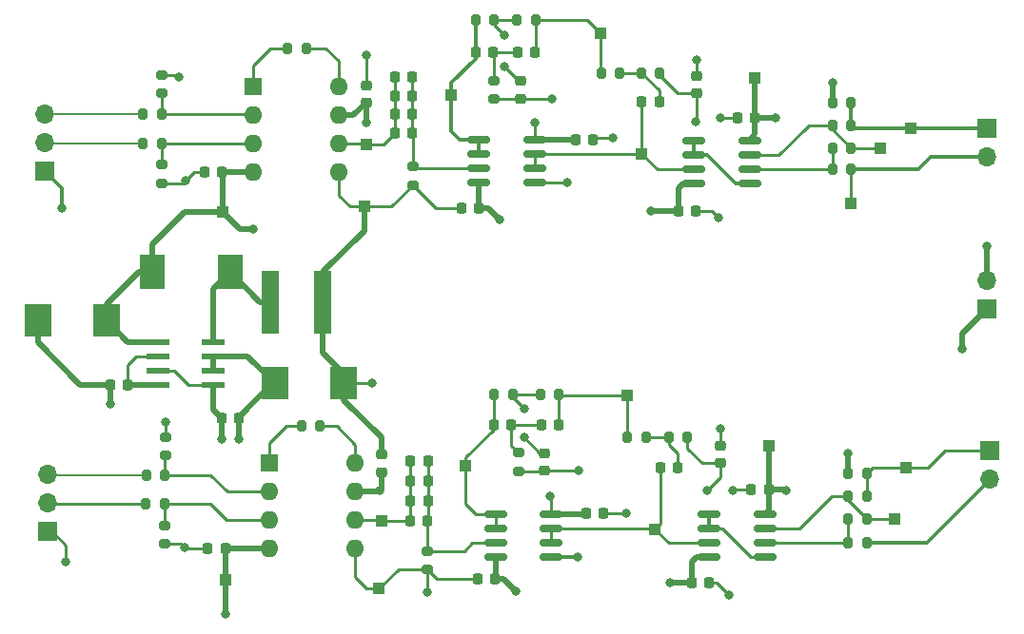
<source format=gbr>
%TF.GenerationSoftware,KiCad,Pcbnew,(6.99.0)*%
%TF.CreationDate,2022-07-26T17:29:38-07:00*%
%TF.ProjectId,eog-pcb-kicad,656f672d-7063-4622-9d6b-696361642e6b,rev?*%
%TF.SameCoordinates,Original*%
%TF.FileFunction,Copper,L1,Top*%
%TF.FilePolarity,Positive*%
%FSLAX46Y46*%
G04 Gerber Fmt 4.6, Leading zero omitted, Abs format (unit mm)*
G04 Created by KiCad (PCBNEW (6.99.0)) date 2022-07-26 17:29:38*
%MOMM*%
%LPD*%
G01*
G04 APERTURE LIST*
G04 Aperture macros list*
%AMRoundRect*
0 Rectangle with rounded corners*
0 $1 Rounding radius*
0 $2 $3 $4 $5 $6 $7 $8 $9 X,Y pos of 4 corners*
0 Add a 4 corners polygon primitive as box body*
4,1,4,$2,$3,$4,$5,$6,$7,$8,$9,$2,$3,0*
0 Add four circle primitives for the rounded corners*
1,1,$1+$1,$2,$3*
1,1,$1+$1,$4,$5*
1,1,$1+$1,$6,$7*
1,1,$1+$1,$8,$9*
0 Add four rect primitives between the rounded corners*
20,1,$1+$1,$2,$3,$4,$5,0*
20,1,$1+$1,$4,$5,$6,$7,0*
20,1,$1+$1,$6,$7,$8,$9,0*
20,1,$1+$1,$8,$9,$2,$3,0*%
G04 Aperture macros list end*
%TA.AperFunction,SMDPad,CuDef*%
%ADD10RoundRect,0.041300X-0.943700X-0.253700X0.943700X-0.253700X0.943700X0.253700X-0.943700X0.253700X0*%
%TD*%
%TA.AperFunction,SMDPad,CuDef*%
%ADD11R,1.600000X5.700000*%
%TD*%
%TA.AperFunction,SMDPad,CuDef*%
%ADD12R,2.250000X3.120000*%
%TD*%
%TA.AperFunction,SMDPad,CuDef*%
%ADD13R,2.400000X2.900000*%
%TD*%
%TA.AperFunction,SMDPad,CuDef*%
%ADD14RoundRect,0.225000X-0.225000X-0.250000X0.225000X-0.250000X0.225000X0.250000X-0.225000X0.250000X0*%
%TD*%
%TA.AperFunction,SMDPad,CuDef*%
%ADD15RoundRect,0.225000X-0.250000X0.225000X-0.250000X-0.225000X0.250000X-0.225000X0.250000X0.225000X0*%
%TD*%
%TA.AperFunction,SMDPad,CuDef*%
%ADD16RoundRect,0.150000X-0.825000X-0.150000X0.825000X-0.150000X0.825000X0.150000X-0.825000X0.150000X0*%
%TD*%
%TA.AperFunction,SMDPad,CuDef*%
%ADD17RoundRect,0.200000X0.200000X0.275000X-0.200000X0.275000X-0.200000X-0.275000X0.200000X-0.275000X0*%
%TD*%
%TA.AperFunction,ComponentPad*%
%ADD18R,1.700000X1.700000*%
%TD*%
%TA.AperFunction,ComponentPad*%
%ADD19O,1.700000X1.700000*%
%TD*%
%TA.AperFunction,SMDPad,CuDef*%
%ADD20RoundRect,0.200000X-0.200000X-0.275000X0.200000X-0.275000X0.200000X0.275000X-0.200000X0.275000X0*%
%TD*%
%TA.AperFunction,SMDPad,CuDef*%
%ADD21RoundRect,0.200000X-0.275000X0.200000X-0.275000X-0.200000X0.275000X-0.200000X0.275000X0.200000X0*%
%TD*%
%TA.AperFunction,SMDPad,CuDef*%
%ADD22R,1.000000X1.000000*%
%TD*%
%TA.AperFunction,SMDPad,CuDef*%
%ADD23RoundRect,0.225000X0.250000X-0.225000X0.250000X0.225000X-0.250000X0.225000X-0.250000X-0.225000X0*%
%TD*%
%TA.AperFunction,SMDPad,CuDef*%
%ADD24RoundRect,0.200000X0.275000X-0.200000X0.275000X0.200000X-0.275000X0.200000X-0.275000X-0.200000X0*%
%TD*%
%TA.AperFunction,SMDPad,CuDef*%
%ADD25RoundRect,0.225000X0.225000X0.250000X-0.225000X0.250000X-0.225000X-0.250000X0.225000X-0.250000X0*%
%TD*%
%TA.AperFunction,ComponentPad*%
%ADD26R,1.600000X1.600000*%
%TD*%
%TA.AperFunction,ComponentPad*%
%ADD27O,1.600000X1.600000*%
%TD*%
%TA.AperFunction,ViaPad*%
%ADD28C,0.800000*%
%TD*%
%TA.AperFunction,Conductor*%
%ADD29C,0.254000*%
%TD*%
%TA.AperFunction,Conductor*%
%ADD30C,0.250000*%
%TD*%
%TA.AperFunction,Conductor*%
%ADD31C,0.508000*%
%TD*%
%TA.AperFunction,Conductor*%
%ADD32C,0.355600*%
%TD*%
%TA.AperFunction,Conductor*%
%ADD33C,0.177800*%
%TD*%
G04 APERTURE END LIST*
D10*
%TO.P,U8,1,OUT*%
%TO.N,VDD_NEG_5V*%
X110364500Y-97396000D03*
%TO.P,U8,2,FB*%
%TO.N,/FB{slash}REF*%
X110364500Y-98666000D03*
%TO.P,U8,3,SHDN*%
%TO.N,GND*%
X110364500Y-99936000D03*
%TO.P,U8,4,REF*%
%TO.N,/FB{slash}REF*%
X110364500Y-101206000D03*
%TO.P,U8,5,GND*%
%TO.N,GND*%
X115314500Y-101206000D03*
%TO.P,U8,6,V+*%
%TO.N,VDD*%
X115314500Y-99936000D03*
%TO.P,U8,7,V+*%
X115314500Y-98666000D03*
%TO.P,U8,8,LX*%
%TO.N,/LX*%
X115314500Y-97396000D03*
%TD*%
D11*
%TO.P,L1,1*%
%TO.N,/LX*%
X120321500Y-93840000D03*
%TO.P,L1,2*%
%TO.N,GND*%
X125021500Y-93840000D03*
%TD*%
D12*
%TO.P,D1,C*%
%TO.N,/LX*%
X116784000Y-91173000D03*
%TO.P,D1,A*%
%TO.N,VDD_NEG_5V*%
X109874000Y-91173000D03*
%TD*%
D13*
%TO.P,C4,1*%
%TO.N,GND*%
X99682500Y-95491000D03*
%TO.P,C4,2*%
%TO.N,VDD_NEG_5V*%
X105782500Y-95491000D03*
%TD*%
%TO.P,C1,1*%
%TO.N,VDD*%
X120764500Y-101079000D03*
%TO.P,C1,2*%
%TO.N,GND*%
X126864500Y-101079000D03*
%TD*%
D14*
%TO.P,C203,1*%
%TO.N,/IA_OUT_CH1*%
X132842000Y-107950000D03*
%TO.P,C203,2*%
%TO.N,/HPF_OUT_CH1*%
X134392000Y-107950000D03*
%TD*%
%TO.P,C202,1*%
%TO.N,/IA_OUT_CH1*%
X132842000Y-109728000D03*
%TO.P,C202,2*%
%TO.N,/HPF_OUT_CH1*%
X134392000Y-109728000D03*
%TD*%
%TO.P,C201,1*%
%TO.N,/IA_OUT_CH1*%
X132829000Y-111506000D03*
%TO.P,C201,2*%
%TO.N,/HPF_OUT_CH1*%
X134379000Y-111506000D03*
%TD*%
%TO.P,C83,1*%
%TO.N,/IA_OUT_CH0*%
X131432000Y-73787000D03*
%TO.P,C83,2*%
%TO.N,/HPF_OUT_CH0*%
X132982000Y-73787000D03*
%TD*%
%TO.P,C82,1*%
%TO.N,/IA_OUT_CH0*%
X131432000Y-75438000D03*
%TO.P,C82,2*%
%TO.N,/HPF_OUT_CH0*%
X132982000Y-75438000D03*
%TD*%
%TO.P,C81,1*%
%TO.N,/IA_OUT_CH0*%
X131432000Y-77089000D03*
%TO.P,C81,2*%
%TO.N,/HPF_OUT_CH0*%
X132982000Y-77089000D03*
%TD*%
D15*
%TO.P,C19,1*%
%TO.N,GND*%
X130238500Y-107416000D03*
%TO.P,C19,2*%
%TO.N,VDD*%
X130238500Y-108966000D03*
%TD*%
D16*
%TO.P,U6,1*%
%TO.N,/AMP_IN+_CH1*%
X159404500Y-112712500D03*
%TO.P,U6,2,-*%
X159404500Y-113982500D03*
%TO.P,U6,3,+*%
%TO.N,/LPF_OUT_CH1*%
X159404500Y-115252500D03*
%TO.P,U6,4,V-*%
%TO.N,VDD_NEG_5V*%
X159404500Y-116522500D03*
%TO.P,U6,5,+*%
%TO.N,/AMP_IN+_CH1*%
X164354500Y-116522500D03*
%TO.P,U6,6,-*%
%TO.N,/AMP_IN-_CH1*%
X164354500Y-115252500D03*
%TO.P,U6,7*%
%TO.N,/AMP_OUT_CH1*%
X164354500Y-113982500D03*
%TO.P,U6,8,V+*%
%TO.N,VDD*%
X164354500Y-112712500D03*
%TD*%
D17*
%TO.P,R15,1*%
%TO.N,NOTCH_OUT_CH0*%
X143945000Y-68707000D03*
%TO.P,R15,2*%
%TO.N,Net-(C14-Pad2)*%
X142295000Y-68707000D03*
%TD*%
%TO.P,R25,1*%
%TO.N,/AMP_OUT_CH1*%
X173431000Y-113144000D03*
%TO.P,R25,2*%
%TO.N,/AMP_IN-_CH1*%
X171781000Y-113144000D03*
%TD*%
D18*
%TO.P,J3,1,Pin_1*%
%TO.N,/AOUT_CH0*%
X184143000Y-78331000D03*
D19*
%TO.P,J3,2,Pin_2*%
%TO.N,GND*%
X184143000Y-80871000D03*
%TD*%
D14*
%TO.P,C6,1*%
%TO.N,GND*%
X114531000Y-82270000D03*
%TO.P,C6,2*%
%TO.N,VDD_NEG_5V*%
X116081000Y-82270000D03*
%TD*%
D20*
%TO.P,R4,2*%
%TO.N,Net-(C5-Pad1)*%
X151447000Y-73406000D03*
%TO.P,R4,1*%
%TO.N,NOTCH_OUT_CH0*%
X149797000Y-73406000D03*
%TD*%
D21*
%TO.P,D5,1,A1*%
%TO.N,GND*%
X111061500Y-105842000D03*
%TO.P,D5,2,A2*%
%TO.N,/IA_IN-_CH1*%
X111061500Y-107492000D03*
%TD*%
D22*
%TO.P,TP8,1,1*%
%TO.N,/NOTCH_IN_CH1*%
X137731500Y-108445000D03*
%TD*%
D21*
%TO.P,R13,1*%
%TO.N,Net-(C13-Pad2)*%
X140233000Y-74092000D03*
%TO.P,R13,2*%
%TO.N,GND*%
X140233000Y-75742000D03*
%TD*%
D22*
%TO.P,TP18,1,1*%
%TO.N,VDD_NEG_5V*%
X116141500Y-85839000D03*
%TD*%
%TO.P,TP19,1,1*%
%TO.N,VDD_NEG_5V*%
X116395500Y-118605000D03*
%TD*%
D14*
%TO.P,C23,1*%
%TO.N,Net-(C21-Pad2)*%
X144449500Y-104762000D03*
%TO.P,C23,2*%
%TO.N,NOTCH_OUT_CH1*%
X145999500Y-104762000D03*
%TD*%
D20*
%TO.P,R2,1*%
%TO.N,E2_CH0*%
X109020000Y-77126000D03*
%TO.P,R2,2*%
%TO.N,/IA_IN-_CH0*%
X110670000Y-77126000D03*
%TD*%
D17*
%TO.P,R9,1*%
%TO.N,GND*%
X172025000Y-82029000D03*
%TO.P,R9,2*%
%TO.N,/AMP_IN-_CH0*%
X170375000Y-82029000D03*
%TD*%
D23*
%TO.P,C14,1*%
%TO.N,GND*%
X142612000Y-75692000D03*
%TO.P,C14,2*%
%TO.N,Net-(C14-Pad2)*%
X142612000Y-74142000D03*
%TD*%
D22*
%TO.P,TP13,1,1*%
%TO.N,GND*%
X172011000Y-85077000D03*
%TD*%
D24*
%TO.P,D2,1,A1*%
%TO.N,GND*%
X110680500Y-83235000D03*
%TO.P,D2,2,A2*%
%TO.N,/IA_IN+_CH0*%
X110680500Y-81585000D03*
%TD*%
D16*
%TO.P,U4,1*%
%TO.N,/NOTCH_IN_CH0*%
X138939500Y-79362000D03*
%TO.P,U4,2,-*%
X138939500Y-80632000D03*
%TO.P,U4,3,+*%
%TO.N,/HPF_OUT_CH0*%
X138939500Y-81902000D03*
%TO.P,U4,4,V-*%
%TO.N,VDD_NEG_5V*%
X138939500Y-83172000D03*
%TO.P,U4,5,+*%
%TO.N,/LPF_IN+_CH0*%
X143889500Y-83172000D03*
%TO.P,U4,6,-*%
%TO.N,/LPF_OUT_CH0*%
X143889500Y-81902000D03*
%TO.P,U4,7*%
X143889500Y-80632000D03*
%TO.P,U4,8,V+*%
%TO.N,VDD*%
X143889500Y-79362000D03*
%TD*%
D20*
%TO.P,R17,1*%
%TO.N,E1_CH1*%
X109284000Y-111772500D03*
%TO.P,R17,2*%
%TO.N,/IA_IN+_CH1*%
X110934000Y-111772500D03*
%TD*%
D22*
%TO.P,TP4,1,1*%
%TO.N,/LPF_OUT_CH0*%
X153416000Y-80645000D03*
%TD*%
%TO.P,TP6,1,1*%
%TO.N,/AOUT_CH0*%
X177345000Y-78346000D03*
%TD*%
D20*
%TO.P,R20,1*%
%TO.N,Net-(C17-Pad1)*%
X155829000Y-105835250D03*
%TO.P,R20,2*%
%TO.N,/LPF_IN+_CH1*%
X157479000Y-105835250D03*
%TD*%
D22*
%TO.P,TP3,1,1*%
%TO.N,NOTCH_OUT_CH0*%
X149733000Y-69850000D03*
%TD*%
D14*
%TO.P,C18,1*%
%TO.N,GND*%
X114810000Y-115775500D03*
%TO.P,C18,2*%
%TO.N,VDD_NEG_5V*%
X116360000Y-115775500D03*
%TD*%
%TO.P,C27,1*%
%TO.N,GND*%
X138798000Y-118478000D03*
%TO.P,C27,2*%
%TO.N,VDD_NEG_5V*%
X140348000Y-118478000D03*
%TD*%
D17*
%TO.P,R29,1*%
%TO.N,/AOUT_CH1*%
X173431000Y-109080000D03*
%TO.P,R29,2*%
%TO.N,VDD*%
X171781000Y-109080000D03*
%TD*%
D25*
%TO.P,C17,1*%
%TO.N,Net-(C17-Pad1)*%
X156616000Y-108552750D03*
%TO.P,C17,2*%
%TO.N,/LPF_OUT_CH1*%
X155066000Y-108552750D03*
%TD*%
D20*
%TO.P,R1,1*%
%TO.N,E1_CH0*%
X109020000Y-79730000D03*
%TO.P,R1,2*%
%TO.N,/IA_IN+_CH0*%
X110670000Y-79730000D03*
%TD*%
%TO.P,R5,2*%
%TO.N,/LPF_IN+_CH0*%
X155003000Y-73406000D03*
%TO.P,R5,1*%
%TO.N,Net-(C5-Pad1)*%
X153353000Y-73406000D03*
%TD*%
D18*
%TO.P,J6,1,Pin_1*%
%TO.N,/AOUT_CH1*%
X184406000Y-107043000D03*
D19*
%TO.P,J6,2,Pin_2*%
%TO.N,GND*%
X184406000Y-109583000D03*
%TD*%
D22*
%TO.P,TP9,1,1*%
%TO.N,NOTCH_OUT_CH1*%
X152146000Y-102108000D03*
%TD*%
D25*
%TO.P,C33,1*%
%TO.N,/FB{slash}REF*%
X107698500Y-101206000D03*
%TO.P,C33,2*%
%TO.N,GND*%
X106148500Y-101206000D03*
%TD*%
D22*
%TO.P,TP5,1,1*%
%TO.N,/AMP_OUT_CH0*%
X174629000Y-80124000D03*
%TD*%
D25*
%TO.P,C11,2*%
%TO.N,VDD*%
X147552000Y-79362000D03*
%TO.P,C11,1*%
%TO.N,GND*%
X149102000Y-79362000D03*
%TD*%
%TO.P,C26,1*%
%TO.N,GND*%
X150000000Y-112636000D03*
%TO.P,C26,2*%
%TO.N,VDD*%
X148450000Y-112636000D03*
%TD*%
D17*
%TO.P,R26,1*%
%TO.N,Net-(C22-Pad2)*%
X141921500Y-102095000D03*
%TO.P,R26,2*%
%TO.N,/NOTCH_IN_CH1*%
X140271500Y-102095000D03*
%TD*%
%TO.P,R30,1*%
%TO.N,NOTCH_OUT_CH1*%
X146049500Y-102095000D03*
%TO.P,R30,2*%
%TO.N,Net-(C22-Pad2)*%
X144399500Y-102095000D03*
%TD*%
D26*
%TO.P,U5,1,Rg*%
%TO.N,Net-(R19-Pad1)*%
X120279000Y-108201000D03*
D27*
%TO.P,U5,2,-*%
%TO.N,/IA_IN-_CH1*%
X120279000Y-110741000D03*
%TO.P,U5,3,+*%
%TO.N,/IA_IN+_CH1*%
X120279000Y-113281000D03*
%TO.P,U5,4,Vs-*%
%TO.N,VDD_NEG_5V*%
X120279000Y-115821000D03*
%TO.P,U5,5,Ref*%
%TO.N,GND*%
X127899000Y-115821000D03*
%TO.P,U5,6*%
%TO.N,/IA_OUT_CH1*%
X127899000Y-113281000D03*
%TO.P,U5,7,Vs+*%
%TO.N,VDD*%
X127899000Y-110741000D03*
%TO.P,U5,8,Rg*%
%TO.N,Net-(R19-Pad2)*%
X127899000Y-108201000D03*
%TD*%
D14*
%TO.P,C21,1*%
%TO.N,/NOTCH_IN_CH1*%
X140258500Y-104762000D03*
%TO.P,C21,2*%
%TO.N,Net-(C21-Pad2)*%
X141808500Y-104762000D03*
%TD*%
D22*
%TO.P,TP14,1,1*%
%TO.N,GND*%
X128704000Y-85331000D03*
%TD*%
D25*
%TO.P,C25,1*%
%TO.N,GND*%
X159398000Y-118808500D03*
%TO.P,C25,2*%
%TO.N,VDD_NEG_5V*%
X157848000Y-118808500D03*
%TD*%
D26*
%TO.P,U2,1,Rg*%
%TO.N,Net-(R3-Pad1)*%
X118818500Y-74673000D03*
D27*
%TO.P,U2,2,-*%
%TO.N,/IA_IN-_CH0*%
X118818500Y-77213000D03*
%TO.P,U2,3,+*%
%TO.N,/IA_IN+_CH0*%
X118818500Y-79753000D03*
%TO.P,U2,4,Vs-*%
%TO.N,VDD_NEG_5V*%
X118818500Y-82293000D03*
%TO.P,U2,5,Ref*%
%TO.N,GND*%
X126438500Y-82293000D03*
%TO.P,U2,6*%
%TO.N,/IA_OUT_CH0*%
X126438500Y-79753000D03*
%TO.P,U2,7,Vs+*%
%TO.N,VDD*%
X126438500Y-77213000D03*
%TO.P,U2,8,Rg*%
%TO.N,Net-(R3-Pad2)*%
X126438500Y-74673000D03*
%TD*%
D22*
%TO.P,TP1,1,1*%
%TO.N,/IA_OUT_CH0*%
X128905000Y-79756000D03*
%TD*%
D15*
%TO.P,C3,2*%
%TO.N,/LPF_IN+_CH0*%
X158305000Y-75235000D03*
%TO.P,C3,1*%
%TO.N,GND*%
X158305000Y-73685000D03*
%TD*%
D22*
%TO.P,TP2,1,1*%
%TO.N,/NOTCH_IN_CH0*%
X136451000Y-75425000D03*
%TD*%
D17*
%TO.P,R24,1*%
%TO.N,GND*%
X173431000Y-115303000D03*
%TO.P,R24,2*%
%TO.N,/AMP_IN-_CH1*%
X171781000Y-115303000D03*
%TD*%
D23*
%TO.P,C22,1*%
%TO.N,GND*%
X144716500Y-108839000D03*
%TO.P,C22,2*%
%TO.N,Net-(C22-Pad2)*%
X144716500Y-107289000D03*
%TD*%
D14*
%TO.P,C9,1*%
%TO.N,GND*%
X161902000Y-77444000D03*
%TO.P,C9,2*%
%TO.N,VDD*%
X163452000Y-77444000D03*
%TD*%
D20*
%TO.P,R3,1*%
%TO.N,Net-(R3-Pad1)*%
X121920500Y-71234000D03*
%TO.P,R3,2*%
%TO.N,Net-(R3-Pad2)*%
X123570500Y-71234000D03*
%TD*%
D18*
%TO.P,J1,1,Pin_1*%
%TO.N,GND*%
X100295000Y-82206000D03*
D19*
%TO.P,J1,2,Pin_2*%
%TO.N,E1_CH0*%
X100295000Y-79666000D03*
%TO.P,J1,3,Pin_3*%
%TO.N,E2_CH0*%
X100295000Y-77126000D03*
%TD*%
D17*
%TO.P,R11,1*%
%TO.N,Net-(C14-Pad2)*%
X140261000Y-68694000D03*
%TO.P,R11,2*%
%TO.N,/NOTCH_IN_CH0*%
X138611000Y-68694000D03*
%TD*%
D20*
%TO.P,R19,1*%
%TO.N,Net-(R19-Pad1)*%
X123127000Y-104889000D03*
%TO.P,R19,2*%
%TO.N,Net-(R19-Pad2)*%
X124777000Y-104889000D03*
%TD*%
D22*
%TO.P,TP11,1,1*%
%TO.N,/AMP_OUT_CH1*%
X175908000Y-113144000D03*
%TD*%
D18*
%TO.P,J4,1,Pin_1*%
%TO.N,GND*%
X100584000Y-114297500D03*
D19*
%TO.P,J4,2,Pin_2*%
%TO.N,E1_CH1*%
X100584000Y-111757500D03*
%TO.P,J4,3,Pin_3*%
%TO.N,E2_CH1*%
X100584000Y-109217500D03*
%TD*%
D25*
%TO.P,C10,1*%
%TO.N,GND*%
X158245000Y-85699000D03*
%TO.P,C10,2*%
%TO.N,VDD_NEG_5V*%
X156695000Y-85699000D03*
%TD*%
D22*
%TO.P,TP16,1,1*%
%TO.N,VDD*%
X164719000Y-106667000D03*
%TD*%
D24*
%TO.P,R23,1*%
%TO.N,GND*%
X134353000Y-117652000D03*
%TO.P,R23,2*%
%TO.N,/HPF_OUT_CH1*%
X134353000Y-116002000D03*
%TD*%
D14*
%TO.P,C12,1*%
%TO.N,GND*%
X137337500Y-85445000D03*
%TO.P,C12,2*%
%TO.N,VDD_NEG_5V*%
X138887500Y-85445000D03*
%TD*%
%TO.P,C20,1*%
%TO.N,/IA_OUT_CH1*%
X132816000Y-113284000D03*
%TO.P,C20,2*%
%TO.N,/HPF_OUT_CH1*%
X134366000Y-113284000D03*
%TD*%
D17*
%TO.P,R12,1*%
%TO.N,/AOUT_CH0*%
X172025000Y-78092000D03*
%TO.P,R12,2*%
%TO.N,/AMP_OUT_CH0*%
X170375000Y-78092000D03*
%TD*%
D22*
%TO.P,TP10,1,1*%
%TO.N,/LPF_OUT_CH1*%
X154559000Y-114046000D03*
%TD*%
D15*
%TO.P,C16,1*%
%TO.N,GND*%
X160413000Y-106647750D03*
%TO.P,C16,2*%
%TO.N,/LPF_IN+_CH1*%
X160413000Y-108197750D03*
%TD*%
%TO.P,C7,1*%
%TO.N,GND*%
X128905000Y-74523000D03*
%TO.P,C7,2*%
%TO.N,VDD*%
X128905000Y-76073000D03*
%TD*%
D14*
%TO.P,C15,1*%
%TO.N,Net-(C13-Pad2)*%
X142345000Y-71615000D03*
%TO.P,C15,2*%
%TO.N,NOTCH_OUT_CH0*%
X143895000Y-71615000D03*
%TD*%
D22*
%TO.P,TP17,1,1*%
%TO.N,VDD*%
X163440000Y-73901000D03*
%TD*%
D24*
%TO.P,R8,1*%
%TO.N,GND*%
X133032500Y-83426000D03*
%TO.P,R8,2*%
%TO.N,/HPF_OUT_CH0*%
X133032500Y-81776000D03*
%TD*%
D21*
%TO.P,D3,1,A1*%
%TO.N,GND*%
X110680500Y-73584000D03*
%TO.P,D3,2,A2*%
%TO.N,/IA_IN-_CH0*%
X110680500Y-75234000D03*
%TD*%
D20*
%TO.P,R16,1*%
%TO.N,E2_CH1*%
X109347000Y-109232500D03*
%TO.P,R16,2*%
%TO.N,/IA_IN-_CH1*%
X110997000Y-109232500D03*
%TD*%
D18*
%TO.P,J2,1,Pin_1*%
%TO.N,GND*%
X184086500Y-94475000D03*
D19*
%TO.P,J2,2,Pin_2*%
%TO.N,VDD*%
X184086500Y-91935000D03*
%TD*%
D16*
%TO.P,U3,1*%
%TO.N,/AMP_IN+_CH0*%
X158043000Y-79476000D03*
%TO.P,U3,2,-*%
X158043000Y-80746000D03*
%TO.P,U3,3,+*%
%TO.N,/LPF_OUT_CH0*%
X158043000Y-82016000D03*
%TO.P,U3,4,V-*%
%TO.N,VDD_NEG_5V*%
X158043000Y-83286000D03*
%TO.P,U3,5,+*%
%TO.N,/AMP_IN+_CH0*%
X162993000Y-83286000D03*
%TO.P,U3,6,-*%
%TO.N,/AMP_IN-_CH0*%
X162993000Y-82016000D03*
%TO.P,U3,7*%
%TO.N,/AMP_OUT_CH0*%
X162993000Y-80746000D03*
%TO.P,U3,8,V+*%
%TO.N,VDD*%
X162993000Y-79476000D03*
%TD*%
D22*
%TO.P,TP15,1,1*%
%TO.N,GND*%
X130048000Y-119367000D03*
%TD*%
%TO.P,TP7,1,1*%
%TO.N,/IA_OUT_CH1*%
X130302000Y-113284000D03*
%TD*%
D20*
%TO.P,R18,1*%
%TO.N,NOTCH_OUT_CH1*%
X152146000Y-105835250D03*
%TO.P,R18,2*%
%TO.N,Net-(C17-Pad1)*%
X153796000Y-105835250D03*
%TD*%
D14*
%TO.P,C24,1*%
%TO.N,GND*%
X163136500Y-110553500D03*
%TO.P,C24,2*%
%TO.N,VDD*%
X164686500Y-110553500D03*
%TD*%
D21*
%TO.P,R28,1*%
%TO.N,Net-(C21-Pad2)*%
X142430500Y-107239000D03*
%TO.P,R28,2*%
%TO.N,GND*%
X142430500Y-108889000D03*
%TD*%
D16*
%TO.P,U7,1*%
%TO.N,/NOTCH_IN_CH1*%
X140400000Y-112763000D03*
%TO.P,U7,2,-*%
X140400000Y-114033000D03*
%TO.P,U7,3,+*%
%TO.N,/HPF_OUT_CH1*%
X140400000Y-115303000D03*
%TO.P,U7,4,V-*%
%TO.N,VDD_NEG_5V*%
X140400000Y-116573000D03*
%TO.P,U7,5,+*%
%TO.N,/LPF_IN+_CH1*%
X145350000Y-116573000D03*
%TO.P,U7,6,-*%
%TO.N,/LPF_OUT_CH1*%
X145350000Y-115303000D03*
%TO.P,U7,7*%
X145350000Y-114033000D03*
%TO.P,U7,8,V+*%
%TO.N,VDD*%
X145350000Y-112763000D03*
%TD*%
D22*
%TO.P,TP12,1,1*%
%TO.N,/AOUT_CH1*%
X176924000Y-108572000D03*
%TD*%
D25*
%TO.P,C2,1*%
%TO.N,VDD*%
X117551500Y-104140000D03*
%TO.P,C2,2*%
%TO.N,GND*%
X116001500Y-104140000D03*
%TD*%
D24*
%TO.P,D4,1,A1*%
%TO.N,GND*%
X110934500Y-115366000D03*
%TO.P,D4,2,A2*%
%TO.N,/IA_IN+_CH1*%
X110934500Y-113716000D03*
%TD*%
D17*
%TO.P,R14,1*%
%TO.N,/AOUT_CH0*%
X172011000Y-76047000D03*
%TO.P,R14,2*%
%TO.N,VDD*%
X170361000Y-76047000D03*
%TD*%
D25*
%TO.P,C5,2*%
%TO.N,/LPF_OUT_CH0*%
X153403000Y-75946000D03*
%TO.P,C5,1*%
%TO.N,Net-(C5-Pad1)*%
X154953000Y-75946000D03*
%TD*%
D14*
%TO.P,C13,1*%
%TO.N,/NOTCH_IN_CH0*%
X138662000Y-71615000D03*
%TO.P,C13,2*%
%TO.N,Net-(C13-Pad2)*%
X140212000Y-71615000D03*
%TD*%
%TO.P,C8,1*%
%TO.N,/IA_OUT_CH0*%
X131432000Y-78740000D03*
%TO.P,C8,2*%
%TO.N,/HPF_OUT_CH0*%
X132982000Y-78740000D03*
%TD*%
D17*
%TO.P,R27,1*%
%TO.N,/AOUT_CH1*%
X173431000Y-111112000D03*
%TO.P,R27,2*%
%TO.N,/AMP_OUT_CH1*%
X171781000Y-111112000D03*
%TD*%
%TO.P,R10,1*%
%TO.N,/AMP_OUT_CH0*%
X172025000Y-80124000D03*
%TO.P,R10,2*%
%TO.N,/AMP_IN-_CH0*%
X170375000Y-80124000D03*
%TD*%
D28*
%TO.N,/LPF_IN+_CH1*%
X159258000Y-110617000D03*
%TO.N,/LPF_IN+_CH0*%
X158242000Y-77724000D03*
%TO.N,GND*%
X134366000Y-119634000D03*
X129400000Y-101079000D03*
%TO.N,VDD_NEG_5V*%
X142240000Y-119595500D03*
X154231000Y-85712000D03*
X118808500Y-87363000D03*
X155956000Y-118859000D03*
X140769000Y-86474000D03*
X116395500Y-121653000D03*
%TO.N,Net-(C14-Pad2)*%
X141215000Y-70091000D03*
X141215000Y-72885000D03*
%TO.N,VDD*%
X117602000Y-106045000D03*
X171717000Y-107302000D03*
X166243000Y-110604000D03*
X130111500Y-110617000D03*
X145288000Y-111086500D03*
X128905000Y-77838000D03*
X184086500Y-88887000D03*
X143881000Y-77825000D03*
X170360000Y-74282000D03*
X165344000Y-77444000D03*
%TO.N,Net-(C22-Pad2)*%
X142938500Y-105905000D03*
X142938500Y-103365000D03*
%TO.N,GND*%
X150867000Y-79235000D03*
X160264000Y-86334000D03*
X106172000Y-102870000D03*
X161163000Y-119900500D03*
X145405000Y-75729000D03*
X152019000Y-112636000D03*
X181927500Y-98031000D03*
X160391000Y-77444000D03*
X102171500Y-116954000D03*
X147751500Y-108839000D03*
X112204500Y-73774000D03*
X101780000Y-85458000D03*
X116078000Y-106045000D03*
X112712500Y-115684000D03*
X128905000Y-71869000D03*
X158315000Y-72289000D03*
X112839500Y-83045000D03*
X111061500Y-104508000D03*
X160413000Y-105136750D03*
X161544000Y-110604000D03*
%TO.N,/LPF_IN+_CH0*%
X146802000Y-83159000D03*
%TO.N,/LPF_IN+_CH1*%
X147745500Y-116573000D03*
%TD*%
D29*
%TO.N,/IA_OUT_CH0*%
X126438500Y-79753000D02*
X128902000Y-79753000D01*
X128902000Y-79753000D02*
X128905000Y-79756000D01*
D30*
%TO.N,GND*%
X126864500Y-101079000D02*
X129400000Y-101079000D01*
D29*
%TO.N,/LPF_OUT_CH0*%
X154800000Y-82029000D02*
X153416000Y-80645000D01*
D30*
%TO.N,/IA_OUT_CH1*%
X130302000Y-113284000D02*
X132816000Y-113284000D01*
X127899000Y-113281000D02*
X130299000Y-113281000D01*
X130299000Y-113281000D02*
X130302000Y-113284000D01*
%TO.N,NOTCH_OUT_CH1*%
X152146000Y-105835250D02*
X152146000Y-102108000D01*
D29*
X146049500Y-102095000D02*
X146062500Y-102108000D01*
X146062500Y-102108000D02*
X152146000Y-102108000D01*
%TO.N,/LPF_IN+_CH1*%
X160413000Y-109462000D02*
X159258000Y-110617000D01*
X160413000Y-108197750D02*
X160413000Y-109462000D01*
D30*
%TO.N,/LPF_OUT_CH0*%
X153403000Y-75946000D02*
X153403000Y-80632000D01*
D29*
%TO.N,/LPF_OUT_CH1*%
X159404500Y-115252500D02*
X159354000Y-115303000D01*
X159354000Y-115303000D02*
X155816000Y-115303000D01*
X155816000Y-115303000D02*
X154559000Y-114046000D01*
D30*
X155066000Y-108552750D02*
X155066000Y-113539000D01*
X155066000Y-113539000D02*
X154559000Y-114046000D01*
D29*
X145350000Y-114033000D02*
X154546000Y-114033000D01*
D30*
%TO.N,/HPF_OUT_CH1*%
X134353000Y-116002000D02*
X137617000Y-116002000D01*
X138316000Y-115303000D02*
X140400000Y-115303000D01*
X137617000Y-116002000D02*
X138316000Y-115303000D01*
X134379000Y-111506000D02*
X134379000Y-113271000D01*
X134379000Y-113271000D02*
X134366000Y-113284000D01*
X134392000Y-109728000D02*
X134392000Y-111493000D01*
X134392000Y-111493000D02*
X134379000Y-111506000D01*
X134392000Y-107950000D02*
X134392000Y-109728000D01*
%TO.N,/IA_OUT_CH1*%
X132842000Y-109728000D02*
X132842000Y-107950000D01*
X132829000Y-111506000D02*
X132829000Y-109741000D01*
X132829000Y-109741000D02*
X132842000Y-109728000D01*
X132816000Y-113284000D02*
X132816000Y-111519000D01*
X132816000Y-111519000D02*
X132829000Y-111506000D01*
%TO.N,/HPF_OUT_CH1*%
X134366000Y-113284000D02*
X134366000Y-115989000D01*
X134366000Y-115989000D02*
X134353000Y-116002000D01*
D29*
%TO.N,NOTCH_OUT_CH0*%
X143945000Y-68707000D02*
X148590000Y-68707000D01*
X148590000Y-68707000D02*
X149733000Y-69850000D01*
D30*
X149797000Y-73406000D02*
X149733000Y-73342000D01*
X149733000Y-73342000D02*
X149733000Y-69850000D01*
%TO.N,/LPF_OUT_CH1*%
X145350000Y-115303000D02*
X145350000Y-114033000D01*
D29*
%TO.N,/LPF_IN+_CH0*%
X158305000Y-75235000D02*
X158305000Y-77661000D01*
X158305000Y-77661000D02*
X158242000Y-77724000D01*
%TO.N,/LPF_OUT_CH0*%
X158030000Y-82029000D02*
X158043000Y-82016000D01*
X154800000Y-82029000D02*
X158030000Y-82029000D01*
X143889500Y-80632000D02*
X153403000Y-80632000D01*
D30*
X143889500Y-81902000D02*
X143889500Y-80632000D01*
D29*
%TO.N,GND*%
X134353000Y-119621000D02*
X134366000Y-119634000D01*
X134353000Y-117652000D02*
X134353000Y-119621000D01*
X138798000Y-118478000D02*
X135179000Y-118478000D01*
X135179000Y-118478000D02*
X134353000Y-117652000D01*
X130048000Y-119367000D02*
X131763000Y-117652000D01*
X131763000Y-117652000D02*
X134353000Y-117652000D01*
D31*
%TO.N,VDD*%
X130111500Y-110617000D02*
X130238500Y-110490000D01*
X130238500Y-110490000D02*
X130238500Y-108966000D01*
X127899000Y-110741000D02*
X129987500Y-110741000D01*
X129987500Y-110741000D02*
X130111500Y-110617000D01*
D29*
%TO.N,GND*%
X137337500Y-85445000D02*
X135051500Y-85445000D01*
X135051500Y-85445000D02*
X133032500Y-83426000D01*
X128704000Y-85331000D02*
X131127500Y-85331000D01*
X131127500Y-85331000D02*
X133032500Y-83426000D01*
D30*
%TO.N,/HPF_OUT_CH0*%
X132982000Y-77089000D02*
X132982000Y-78740000D01*
X132982000Y-75438000D02*
X132982000Y-77089000D01*
X132982000Y-73787000D02*
X132982000Y-75438000D01*
D29*
%TO.N,/IA_OUT_CH0*%
X131432000Y-75438000D02*
X131432000Y-73787000D01*
X131432000Y-77089000D02*
X131432000Y-75438000D01*
X131432000Y-78740000D02*
X131432000Y-77089000D01*
X128905000Y-79756000D02*
X130416000Y-79756000D01*
X130416000Y-79756000D02*
X131432000Y-78740000D01*
%TO.N,/HPF_OUT_CH0*%
X133032500Y-81776000D02*
X133032500Y-78790500D01*
X133032500Y-78790500D02*
X132982000Y-78740000D01*
D31*
%TO.N,VDD*%
X126438500Y-77213000D02*
X127765000Y-77213000D01*
X127765000Y-77213000D02*
X128905000Y-76073000D01*
D29*
%TO.N,/HPF_OUT_CH0*%
X138939500Y-81902000D02*
X133158500Y-81902000D01*
D31*
%TO.N,VDD_NEG_5V*%
X107687500Y-97396000D02*
X105782500Y-95491000D01*
X120269000Y-115811000D02*
X116395500Y-115811000D01*
X140769000Y-86474000D02*
X139740000Y-85445000D01*
X105782500Y-94039000D02*
X108648500Y-91173000D01*
X108648500Y-91173000D02*
X109874000Y-91173000D01*
X116141500Y-85839000D02*
X116141500Y-82330500D01*
X156695000Y-85699000D02*
X156695000Y-83694000D01*
X110364500Y-97396000D02*
X107687500Y-97396000D01*
X154244000Y-85699000D02*
X156695000Y-85699000D01*
X109874000Y-88677500D02*
X112712500Y-85839000D01*
X157809500Y-118859000D02*
X155956000Y-118859000D01*
X158292500Y-116522500D02*
X157848000Y-116967000D01*
X105782500Y-95491000D02*
X105782500Y-94039000D01*
X116395500Y-118605000D02*
X116395500Y-121653000D01*
X138887500Y-85445000D02*
X138887500Y-83224000D01*
X157103000Y-83286000D02*
X158043000Y-83286000D01*
X109874000Y-91173000D02*
X109874000Y-88677500D01*
X116141500Y-82330500D02*
X116081000Y-82270000D01*
X116360000Y-115775500D02*
X116395500Y-115811000D01*
X141122500Y-118478000D02*
X140348000Y-118478000D01*
X156695000Y-83694000D02*
X157103000Y-83286000D01*
X157848000Y-116967000D02*
X157848000Y-118808500D01*
X112712500Y-85839000D02*
X115887500Y-85839000D01*
X138887500Y-83224000D02*
X138939500Y-83172000D01*
X142240000Y-119595500D02*
X141122500Y-118478000D01*
X116141500Y-85839000D02*
X117665500Y-87363000D01*
X116081000Y-82270000D02*
X118795500Y-82270000D01*
X140400000Y-116573000D02*
X140400000Y-118426000D01*
X139740000Y-85445000D02*
X138887500Y-85445000D01*
X117665500Y-87363000D02*
X118808500Y-87363000D01*
X140400000Y-118426000D02*
X140348000Y-118478000D01*
X154231000Y-85712000D02*
X154244000Y-85699000D01*
X159404500Y-116522500D02*
X158292500Y-116522500D01*
X116395500Y-115811000D02*
X116395500Y-118605000D01*
D29*
%TO.N,Net-(C5-Pad1)*%
X154953000Y-75692000D02*
X154953000Y-75006000D01*
X151447000Y-73406000D02*
X153353000Y-73406000D01*
X154953000Y-75006000D02*
X153353000Y-73406000D01*
D32*
%TO.N,/NOTCH_IN_CH0*%
X136451000Y-75425000D02*
X136451000Y-78600000D01*
X138662000Y-71615000D02*
X138662000Y-68986000D01*
X137213000Y-79362000D02*
X138939500Y-79362000D01*
X136465000Y-74333000D02*
X138662000Y-72136000D01*
X136451000Y-74333000D02*
X136465000Y-74333000D01*
X136451000Y-78600000D02*
X137213000Y-79362000D01*
X138662000Y-72136000D02*
X138662000Y-71615000D01*
X136451000Y-75425000D02*
X136451000Y-74333000D01*
X138939500Y-80632000D02*
X138939500Y-79362000D01*
D29*
%TO.N,Net-(C13-Pad2)*%
X140212000Y-71615000D02*
X142345000Y-71615000D01*
X140233000Y-71636000D02*
X140212000Y-71615000D01*
X140233000Y-74092000D02*
X140233000Y-71636000D01*
%TO.N,Net-(C14-Pad2)*%
X140261000Y-69137000D02*
X141215000Y-70091000D01*
X140261000Y-68694000D02*
X140261000Y-69137000D01*
X142472000Y-74142000D02*
X142612000Y-74142000D01*
X140261000Y-68694000D02*
X142282000Y-68694000D01*
X142282000Y-68694000D02*
X142295000Y-68707000D01*
X141215000Y-72885000D02*
X142472000Y-74142000D01*
%TO.N,NOTCH_OUT_CH0*%
X143945000Y-68707000D02*
X143945000Y-71565000D01*
D31*
%TO.N,VDD*%
X163451987Y-77443995D02*
X165090008Y-77443995D01*
X148323000Y-112763000D02*
X148450000Y-112636000D01*
D29*
X145288000Y-111086500D02*
X145350000Y-111148500D01*
D31*
X115314500Y-98666000D02*
X118351500Y-98666000D01*
X118351500Y-98666000D02*
X120764500Y-101079000D01*
X164686500Y-110553500D02*
X164686500Y-112380500D01*
X117551500Y-104063500D02*
X117551500Y-104140000D01*
X115314500Y-98666000D02*
X115314500Y-99936000D01*
X163452000Y-78904000D02*
X163452000Y-77444000D01*
X145350001Y-112763000D02*
X148323000Y-112763000D01*
X184086500Y-91935000D02*
X184086500Y-88887000D01*
X171781000Y-107366000D02*
X171717000Y-107302000D01*
X163440000Y-77432000D02*
X163452000Y-77444000D01*
X117551500Y-105994500D02*
X117551500Y-104140000D01*
X163440000Y-73901000D02*
X163440000Y-77432000D01*
X164686500Y-110553500D02*
X166192500Y-110553500D01*
X170361000Y-76047000D02*
X170360000Y-76046000D01*
X162993000Y-79476000D02*
X162993000Y-79363000D01*
X162993000Y-79363000D02*
X163452000Y-78904000D01*
X164686500Y-110553500D02*
X164686500Y-106699500D01*
X164686500Y-112380500D02*
X164354500Y-112712500D01*
X171781000Y-109080000D02*
X171781000Y-107366000D01*
X120764500Y-101079000D02*
X120536000Y-101079000D01*
X166192500Y-110553500D02*
X166243000Y-110604000D01*
X128905000Y-76073000D02*
X128905000Y-77838000D01*
D29*
X145350000Y-111148500D02*
X145350000Y-112763000D01*
X143881000Y-77825000D02*
X143889500Y-77833500D01*
D31*
X117602000Y-106045000D02*
X117551500Y-105994500D01*
D29*
X143889500Y-77833500D02*
X143889500Y-79362000D01*
D31*
X147552000Y-79362000D02*
X143889500Y-79362000D01*
D29*
X165090000Y-77444000D02*
X165344000Y-77444000D01*
D31*
X164686500Y-106699500D02*
X164719000Y-106667000D01*
X170360000Y-76046000D02*
X170360000Y-74282000D01*
X120536000Y-101079000D02*
X117551500Y-104063500D01*
D29*
%TO.N,Net-(C17-Pad1)*%
X156616000Y-107295750D02*
X155829000Y-106508750D01*
X156616000Y-108552750D02*
X156616000Y-107295750D01*
X155829000Y-105835250D02*
X153796000Y-105835250D01*
X155829000Y-106508750D02*
X155829000Y-105835250D01*
%TO.N,Net-(R3-Pad1)*%
X118818500Y-72748000D02*
X120332500Y-71234000D01*
X120332500Y-71234000D02*
X121920500Y-71234000D01*
X118818500Y-74673000D02*
X118818500Y-72748000D01*
%TO.N,Net-(R3-Pad2)*%
X125285500Y-71234000D02*
X123570500Y-71234000D01*
X126438500Y-74673000D02*
X126438500Y-72387000D01*
X126438500Y-72387000D02*
X125285500Y-71234000D01*
%TO.N,Net-(C21-Pad2)*%
X141808500Y-104762000D02*
X144449500Y-104762000D01*
X141808500Y-104762000D02*
X141808500Y-106617000D01*
X141808500Y-106617000D02*
X142430500Y-107239000D01*
%TO.N,Net-(C22-Pad2)*%
X141921500Y-102095000D02*
X141921500Y-102348000D01*
X141921500Y-102348000D02*
X142938500Y-103365000D01*
X144399500Y-102095000D02*
X141921500Y-102095000D01*
X144322500Y-107289000D02*
X142938500Y-105905000D01*
X144716500Y-107289000D02*
X144322500Y-107289000D01*
D30*
%TO.N,GND*%
X112839500Y-83045000D02*
X113614500Y-82270000D01*
X128905000Y-74523000D02*
X128905000Y-71869000D01*
D29*
X160071000Y-118808500D02*
X161036000Y-119773500D01*
D30*
X111061500Y-104762000D02*
X111061500Y-104508000D01*
D29*
X161544000Y-110604000D02*
X161594500Y-110553500D01*
X144666500Y-108889000D02*
X144716500Y-108839000D01*
D32*
X101780000Y-83691000D02*
X100295000Y-82206000D01*
D31*
X106172000Y-102870000D02*
X106148500Y-102846500D01*
X103441500Y-101206000D02*
X106148500Y-101206000D01*
X184086500Y-94475000D02*
X181927500Y-96634000D01*
D32*
X173431000Y-115303000D02*
X178752500Y-115303000D01*
D31*
X126864500Y-102531000D02*
X130238500Y-105905000D01*
X128704000Y-87500500D02*
X128704000Y-85331000D01*
D32*
X178752500Y-115303000D02*
X184406000Y-109649500D01*
D29*
X149229000Y-79235000D02*
X149102000Y-79362000D01*
X150000000Y-112636000D02*
X151638000Y-112636000D01*
X126438500Y-84335500D02*
X127434000Y-85331000D01*
X140233000Y-75742000D02*
X140283000Y-75692000D01*
D30*
X110680500Y-83235000D02*
X112649500Y-83235000D01*
D29*
X161902000Y-77444000D02*
X160391000Y-77444000D01*
X144716500Y-108839000D02*
X147751500Y-108839000D01*
X158245000Y-85699000D02*
X159629000Y-85699000D01*
D32*
X184406000Y-109649500D02*
X184406000Y-109583000D01*
D31*
X106148500Y-102846500D02*
X106148500Y-101206000D01*
D29*
X159629000Y-85699000D02*
X160264000Y-86334000D01*
D31*
X125021500Y-93840000D02*
X125021500Y-91183000D01*
D30*
X172011000Y-82043000D02*
X172025000Y-82029000D01*
D29*
X113093500Y-101206000D02*
X115314500Y-101206000D01*
X127889000Y-115831000D02*
X127889000Y-118351000D01*
X127434000Y-85331000D02*
X128704000Y-85331000D01*
X142430500Y-108889000D02*
X144666500Y-108889000D01*
X112804000Y-115775500D02*
X114810000Y-115775500D01*
X160413000Y-105136750D02*
X160413000Y-106647750D01*
X140283000Y-75692000D02*
X142546000Y-75692000D01*
D31*
X125021500Y-93840000D02*
X125021500Y-98347000D01*
D30*
X112077500Y-73647000D02*
X112204500Y-73774000D01*
D32*
X101780000Y-85458000D02*
X101780000Y-83691000D01*
D31*
X125021500Y-98347000D02*
X126864500Y-100190000D01*
D30*
X111061500Y-105842000D02*
X111061500Y-104762000D01*
D29*
X111823500Y-99936000D02*
X113093500Y-101206000D01*
X158315000Y-72774000D02*
X158305000Y-72784000D01*
X142546000Y-75692000D02*
X142596000Y-75742000D01*
X110364500Y-99936000D02*
X111823500Y-99936000D01*
D31*
X126864500Y-100190000D02*
X126864500Y-102531000D01*
D30*
X172011000Y-85077000D02*
X172011000Y-82043000D01*
X113614500Y-82270000D02*
X114531000Y-82270000D01*
D31*
X115314500Y-103453000D02*
X116001500Y-104140000D01*
D30*
X112649500Y-83235000D02*
X112839500Y-83045000D01*
D29*
X161594500Y-110553500D02*
X163136500Y-110553500D01*
X128905000Y-119367000D02*
X130048000Y-119367000D01*
X126438500Y-82293000D02*
X126438500Y-84335500D01*
X151638000Y-112636000D02*
X152019000Y-112636000D01*
D31*
X116001500Y-105968500D02*
X116001500Y-104140000D01*
D29*
X161036000Y-119773500D02*
X161163000Y-119900500D01*
D32*
X177980000Y-82029000D02*
X172025000Y-82029000D01*
D29*
X150867000Y-79235000D02*
X149229000Y-79235000D01*
D31*
X99682500Y-95491000D02*
X99682500Y-97447000D01*
D29*
X102171500Y-116954000D02*
X102171500Y-115493500D01*
D30*
X112394500Y-115366000D02*
X112712500Y-115684000D01*
D29*
X100975500Y-114297500D02*
X100584000Y-114297500D01*
D31*
X99682500Y-97447000D02*
X103441500Y-101206000D01*
D32*
X179138000Y-80871000D02*
X177980000Y-82029000D01*
D30*
X110680500Y-73584000D02*
X112014500Y-73584000D01*
D31*
X116078000Y-106045000D02*
X116001500Y-105968500D01*
D30*
X110934500Y-115366000D02*
X112394500Y-115366000D01*
D29*
X145405000Y-75729000D02*
X142683000Y-75729000D01*
D30*
X112014500Y-73584000D02*
X112077500Y-73647000D01*
D29*
X158305000Y-72784000D02*
X158305000Y-73685000D01*
X102171500Y-115493500D02*
X100975500Y-114297500D01*
X159398000Y-118808500D02*
X160071000Y-118808500D01*
D31*
X130238500Y-105905000D02*
X130238500Y-107416000D01*
X181927500Y-96634000D02*
X181927500Y-98031000D01*
D29*
X127889000Y-118351000D02*
X128905000Y-119367000D01*
D31*
X115314500Y-101206000D02*
X115314500Y-103453000D01*
D32*
X183759000Y-80871000D02*
X179138000Y-80871000D01*
D29*
X112712500Y-115684000D02*
X112804000Y-115775500D01*
X158315000Y-72289000D02*
X158315000Y-72774000D01*
D31*
X125021500Y-91183000D02*
X128704000Y-87500500D01*
D32*
X100954500Y-114668000D02*
X100584000Y-114297500D01*
D29*
X127899000Y-115821000D02*
X127889000Y-115831000D01*
D33*
%TO.N,E1_CH0*%
X109020000Y-79730000D02*
X100359000Y-79730000D01*
X100359000Y-79730000D02*
X100295000Y-79666000D01*
%TO.N,E2_CH0*%
X109020000Y-77126000D02*
X100295000Y-77126000D01*
D32*
%TO.N,/AOUT_CH0*%
X172011000Y-78333000D02*
X172011000Y-76047000D01*
X172011000Y-78333000D02*
X177332000Y-78333000D01*
X183744000Y-78346000D02*
X183759000Y-78331000D01*
X177332000Y-78333000D02*
X177345000Y-78346000D01*
X177345000Y-78346000D02*
X183744000Y-78346000D01*
D29*
%TO.N,/IA_IN-_CH0*%
X118731500Y-77126000D02*
X118818500Y-77213000D01*
X110670000Y-77126000D02*
X118731500Y-77126000D01*
X110670000Y-75244500D02*
X110680500Y-75234000D01*
X110670000Y-77126000D02*
X110670000Y-75244500D01*
%TO.N,/AMP_IN-_CH0*%
X162993000Y-82016000D02*
X170362000Y-82016000D01*
X170362000Y-82016000D02*
X170375000Y-82029000D01*
X170375000Y-82029000D02*
X170375000Y-80124000D01*
%TO.N,/AMP_OUT_CH0*%
X165598000Y-80746000D02*
X168011000Y-78333000D01*
X172025000Y-80124000D02*
X174629000Y-80124000D01*
X162993000Y-80746000D02*
X165598000Y-80746000D01*
X170375000Y-78474000D02*
X172025000Y-80124000D01*
X170375000Y-78092000D02*
X170375000Y-78474000D01*
X168011000Y-78333000D02*
X168252000Y-78092000D01*
X168252000Y-78092000D02*
X170375000Y-78092000D01*
%TO.N,Net-(R19-Pad1)*%
X121806000Y-104889000D02*
X123127000Y-104889000D01*
X120279000Y-108201000D02*
X120279000Y-106416000D01*
X120279000Y-106416000D02*
X121806000Y-104889000D01*
%TO.N,Net-(R19-Pad2)*%
X127899000Y-108201000D02*
X127899000Y-106537000D01*
X127899000Y-106537000D02*
X126251000Y-104889000D01*
X126251000Y-104889000D02*
X124777000Y-104889000D01*
D32*
%TO.N,/AMP_IN+_CH0*%
X158043000Y-80746000D02*
X159248000Y-80746000D01*
X159248000Y-80746000D02*
X161788000Y-83286000D01*
X158043000Y-80746000D02*
X158043000Y-79476000D01*
X161788000Y-83286000D02*
X162993000Y-83286000D01*
D30*
%TO.N,/IA_IN+_CH0*%
X110680500Y-81585000D02*
X110680500Y-79740500D01*
X110680500Y-79740500D02*
X110670000Y-79730000D01*
D29*
X110670000Y-79730000D02*
X118795500Y-79730000D01*
%TO.N,/NOTCH_IN_CH1*%
X138684000Y-112763000D02*
X140400000Y-112763000D01*
X137731500Y-108445000D02*
X137731500Y-111810500D01*
X137731500Y-107683000D02*
X140258500Y-105156000D01*
X137731500Y-111810500D02*
X138684000Y-112763000D01*
X140271500Y-102095000D02*
X140271500Y-104749000D01*
X140271500Y-104749000D02*
X140258500Y-104762000D01*
X137731500Y-108445000D02*
X137731500Y-107683000D01*
X140258500Y-105156000D02*
X140258500Y-104762000D01*
X140400000Y-114033000D02*
X140400000Y-112763000D01*
%TO.N,NOTCH_OUT_CH1*%
X146049500Y-104712000D02*
X145999500Y-104762000D01*
X146049500Y-102095000D02*
X146049500Y-104712000D01*
%TO.N,E1_CH1*%
X100599000Y-111772500D02*
X100584000Y-111757500D01*
X109284000Y-111772500D02*
X100599000Y-111772500D01*
D33*
%TO.N,E2_CH1*%
X100599000Y-109232500D02*
X100584000Y-109217500D01*
X109347000Y-109232500D02*
X100599000Y-109232500D01*
D29*
%TO.N,/AOUT_CH1*%
X180403500Y-107048000D02*
X184401000Y-107048000D01*
X176924000Y-108572000D02*
X173939000Y-108572000D01*
X173431000Y-111112000D02*
X173431000Y-109080000D01*
X176924000Y-108572000D02*
X178879500Y-108572000D01*
X184401000Y-107048000D02*
X184406000Y-107043000D01*
X173939000Y-108572000D02*
X173431000Y-109080000D01*
X178879500Y-108572000D02*
X180403500Y-107048000D01*
%TO.N,/IA_IN-_CH1*%
X115034000Y-109242500D02*
X111007000Y-109242500D01*
X110997000Y-107556500D02*
X111061500Y-107492000D01*
X116532500Y-110741000D02*
X115034000Y-109242500D01*
X111007000Y-109242500D02*
X110997000Y-109232500D01*
X110997000Y-109232500D02*
X110997000Y-107556500D01*
X120279000Y-110741000D02*
X116532500Y-110741000D01*
%TO.N,/IA_IN+_CH1*%
X120279000Y-113281000D02*
X116497000Y-113281000D01*
D30*
X110934500Y-113716000D02*
X110934500Y-111773000D01*
D29*
X116497000Y-113281000D02*
X114998500Y-111782500D01*
X110944000Y-111782500D02*
X110934000Y-111772500D01*
X114998500Y-111782500D02*
X110944000Y-111782500D01*
D30*
X110934500Y-111773000D02*
X110934000Y-111772500D01*
D29*
%TO.N,/AMP_IN-_CH1*%
X171730500Y-115252500D02*
X171781000Y-115303000D01*
X171781000Y-115303000D02*
X171781000Y-113144000D01*
X164354500Y-115252500D02*
X171730500Y-115252500D01*
%TO.N,/AMP_OUT_CH1*%
X175908000Y-113144000D02*
X173431000Y-113144000D01*
X164354500Y-113982500D02*
X167449500Y-113982500D01*
X171781000Y-111112000D02*
X171781000Y-111494000D01*
X171781000Y-111494000D02*
X173431000Y-113144000D01*
X167449500Y-113982500D02*
X170320000Y-111112000D01*
X170320000Y-111112000D02*
X171781000Y-111112000D01*
%TO.N,/AMP_IN+_CH1*%
X159404500Y-113982500D02*
X160609500Y-113982500D01*
X160609500Y-113982500D02*
X163149500Y-116522500D01*
X163149500Y-116522500D02*
X164354500Y-116522500D01*
D32*
X159404500Y-112712500D02*
X159404500Y-113982500D01*
D29*
%TO.N,/LPF_IN+_CH0*%
X146789000Y-83172000D02*
X146802000Y-83159000D01*
X156604000Y-75235000D02*
X158305000Y-75235000D01*
X143889500Y-83172000D02*
X146789000Y-83172000D01*
X155003000Y-73634000D02*
X156604000Y-75235000D01*
X155003000Y-73406000D02*
X155003000Y-73634000D01*
%TO.N,/HPF_OUT_CH0*%
X133158500Y-81902000D02*
X133032500Y-81776000D01*
D32*
%TO.N,/LPF_IN+_CH1*%
X147745500Y-116573000D02*
X145350000Y-116573000D01*
D29*
X157479000Y-105835250D02*
X157479000Y-106888750D01*
X157479000Y-106888750D02*
X158788000Y-108197750D01*
X158788000Y-108197750D02*
X160413000Y-108197750D01*
%TO.N,/FB{slash}REF*%
X107632500Y-101140000D02*
X107698500Y-101206000D01*
X107632500Y-99428000D02*
X107632500Y-101140000D01*
D31*
X107698500Y-101206000D02*
X110364500Y-101206000D01*
D29*
X108394500Y-98666000D02*
X107632500Y-99428000D01*
X110364500Y-98666000D02*
X108394500Y-98666000D01*
D31*
%TO.N,/LX*%
X115314500Y-97396000D02*
X115314500Y-92642500D01*
X115314500Y-92642500D02*
X116784000Y-91173000D01*
X116784000Y-91173000D02*
X119451000Y-93840000D01*
X119451000Y-93840000D02*
X120321500Y-93840000D01*
%TD*%
M02*

</source>
